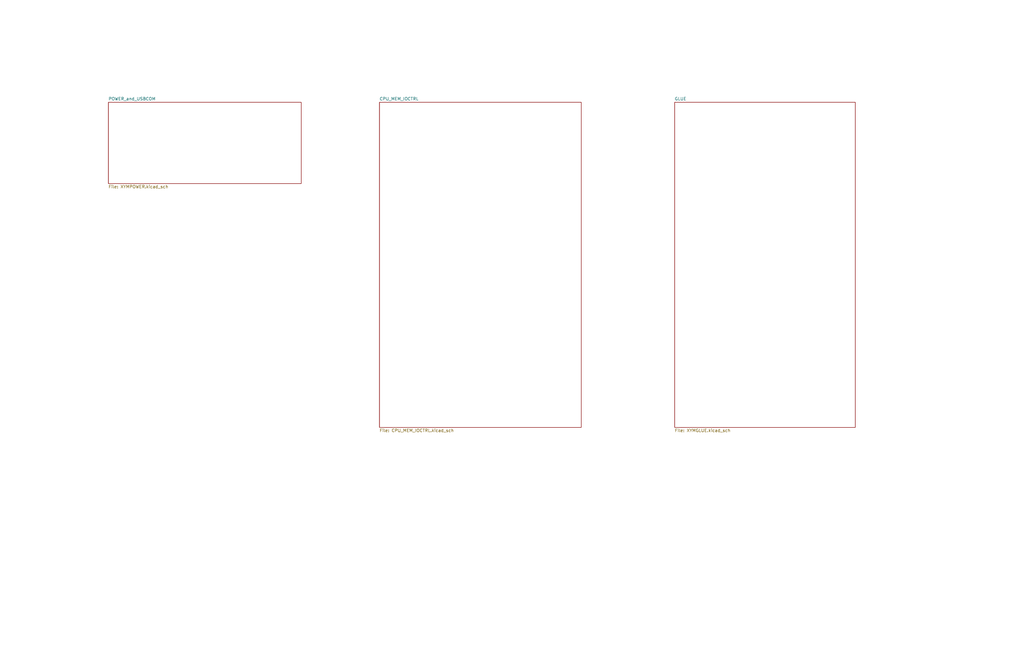
<source format=kicad_sch>
(kicad_sch (version 20230121) (generator eeschema)
  (paper "B")
  (title_block (title "XYM Microcomputer Remake") (date "2023-04-26") (rev "A") (company "JordanDSP LLC") (comment 1 "Original Design by Brian Webster, John Beckett et. Al.") (comment 2 "Schematic Reproduction by Benjamin W. D. Jordan") (comment 3 "JordanDSP LLC / The Coriolis Effect"))
  (lib_symbols)
  (sheet (at 160.02 43.18) (size 85.09 137.16) (stroke (width 0.1524))
    (property "Sheetname" "CPU_MEM_IOCTRL" (at 160.02 42.4684 0) (effects (justify left bottom)))
    (property "Sheetfile" "CPU_MEM_IOCTRL.kicad_sch" (at 160.02 180.9246 0) (effects (justify left top)))
  )
  (sheet (at 45.72 43.18) (size 81.28 34.29) (stroke (width 0.1524))
    (property "Sheetname" "POWER_and_USBCOM" (at 45.72 42.4684 0) (effects (justify left bottom)))
    (property "Sheetfile" "XYMPOWER.kicad_sch" (at 45.72 78.0546 0) (effects (justify left top)))
  )
  (sheet (at 284.48 43.18) (size 76.2 137.16) (stroke (width 0.1524))
    (property "Sheetname" "GLUE" (at 284.48 42.4684 0) (effects (justify left bottom)))
    (property "Sheetfile" "XYMGLUE.kicad_sch" (at 284.48 180.9246 0) (effects (justify left top)))
  )
)
</source>
